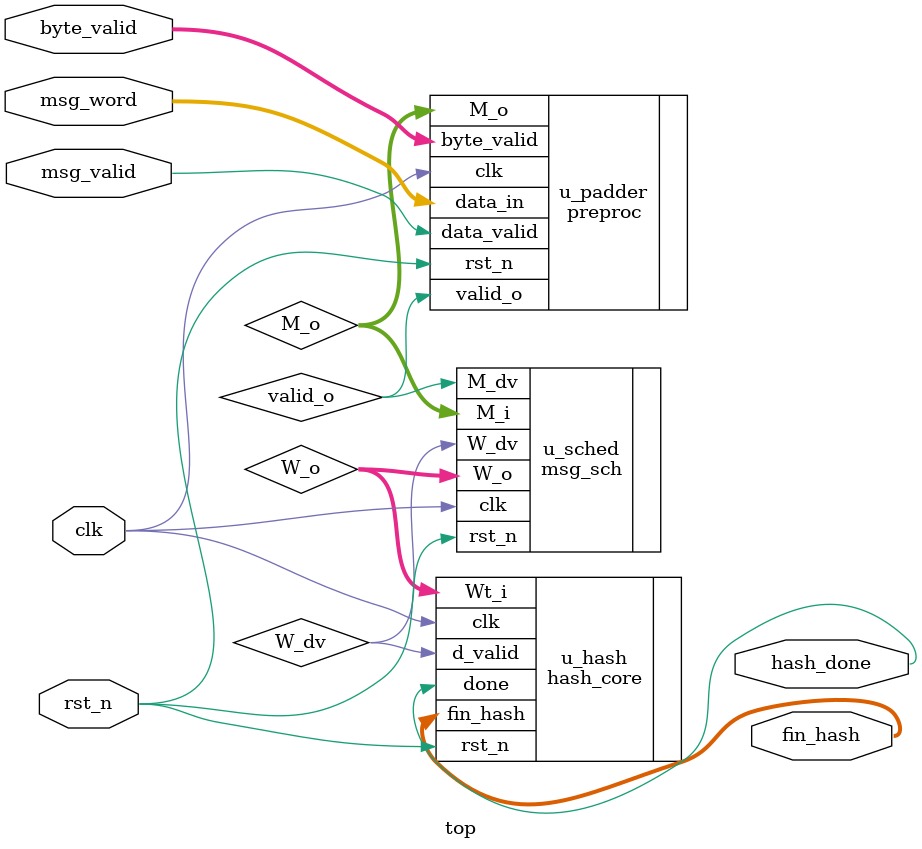
<source format=sv>


`timescale 1ns / 1ps
module top (
    input  logic        clk,
    input  logic        rst_n,

    // Message input interface (example: from UART / TB)
    input  logic        msg_valid,
    input  logic [5:0] byte_valid,
    input  logic [439:0] msg_word,

    // Final output
    output logic        hash_done,
    output logic [255:0] fin_hash
);

    // ------------------------------------------------------------
    // Internal signals
    // ------------------------------------------------------------

   // Preprocessor outputs
    logic        valid_o;      // Valid signal from preproc to msg_sch
    logic [31:0] M_o;          // 32-bit word from preproc to msg_sch
    
    // Message scheduler outputs  
    logic        W_dv;         // Valid signal from msg_sch to hash_core
    logic [31:0] W_o;          // 32-bit W word from msg_sch to hash_core
    
    // ------------------------------------------------------------
    // Padder & Parser
    // ------------------------------------------------------------
    preproc u_padder (
        .clk            (clk),
        .rst_n          (rst_n),
        .data_valid     (msg_valid),
        .data_in        (msg_word),
        .byte_valid     (byte_valid),
        .valid_o        (valid_o),
        .M_o            (M_o)
    );

    // ------------------------------------------------------------
    // Message Scheduler
    // ------------------------------------------------------------
    msg_sch u_sched (
        .clk        (clk),
        .rst_n      (rst_n),
        .M_dv       (valid_o),
        .M_i        (M_o),
        .W_o        (W_o),
        .W_dv       (W_dv)
    );

    // ------------------------------------------------------------
    // Hash Core (Compression Function)
    // ------------------------------------------------------------
    hash_core u_hash (
        .clk            (clk),
        .rst_n          (rst_n),
        .d_valid        (W_dv),
        .Wt_i           (W_o),
        .fin_hash       (fin_hash),
        .done           (hash_done)
    );


endmodule
</source>
